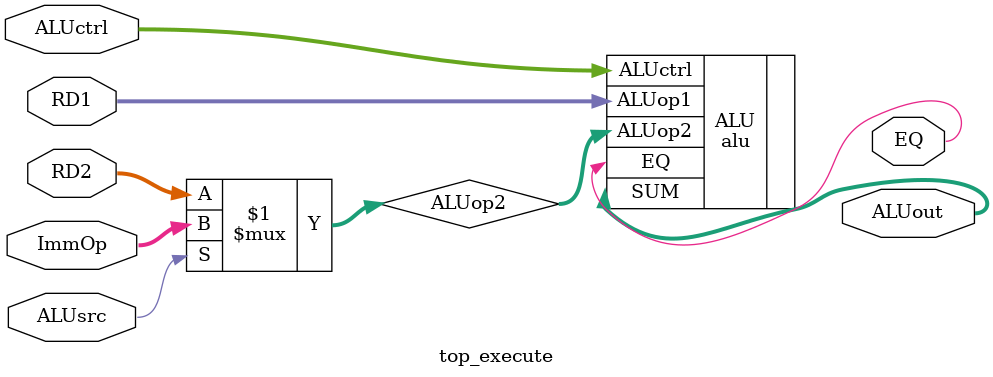
<source format=sv>
module top_execute #(
    parameter DATA_WIDTH = 32
) (
    input logic ALUsrc,
    input logic [3:0] ALUctrl,
    input logic [DATA_WIDTH-1:0] RD1, RD2,
    input logic [DATA_WIDTH-1:0] ImmOp,
    output logic EQ,
    output logic [DATA_WIDTH-1:0] ALUout
);

logic [DATA_WIDTH-1:0] ALUop2;

assign ALUop2 = ALUsrc ? ImmOp : RD2;

alu ALU(
.ALUctrl(ALUctrl),
.ALUop1(RD1),
.ALUop2(ALUop2),
.SUM(ALUout),
.EQ(EQ)
);

endmodule

</source>
